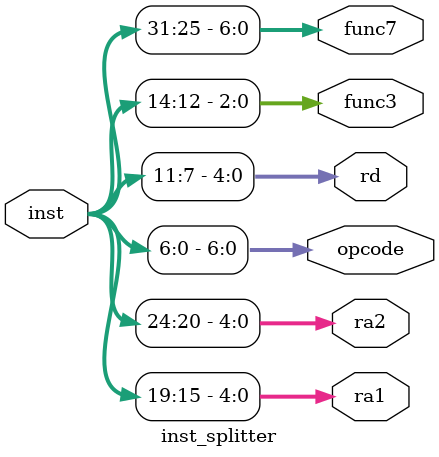
<source format=v>
module inst_splitter(
    input [31:0] inst,

    output [4:0] ra1,
    output [4:0] ra2,
    output [6:0] opcode,
    output [4:0] rd,
    output [2:0] func3,
    output [6:0] func7
);
    assign ra1 = inst[19:15];
    assign ra2 = inst[24:20];
    assign opcode = inst[6:0];
    assign rd = inst[11:7];
    assign func3 = inst[14:12];
    assign func7 = inst[31:25];

endmodule
</source>
